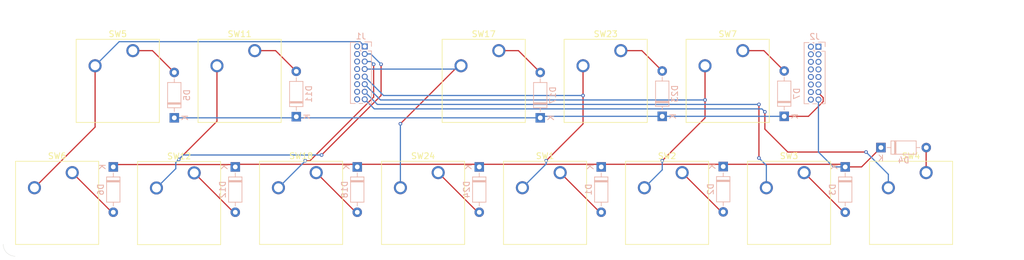
<source format=kicad_pcb>
(kicad_pcb (version 20240108) (generator "pcbnew") (generator_version "8.0")
  (layers (0 "F.Cu" signal) (31 "B.Cu" signal) (34 "B.Paste" user) (35 "F.Paste" user) (36 "B.SilkS" user "B.Silkscreen") (37 "F.SilkS" user "F.Silkscreen") (38 "B.Mask" user) (39 "F.Mask" user) (44 "Edge.Cuts" user))
  (net 0 "")
  (net 1 "Net-(D1-A)")
  (net 2 "O8")
  (net 3 "Net-(D2-A)")
  (net 4 "Net-(D3-A)")
  (net 5 "Net-(D4-A)")
  (net 6 "Net-(D5-A)")
  (net 7 "O7")
  (net 8 "Net-(D6-A)")
  (net 9 "Net-(D7-A)")
  (net 10 "Net-(D11-A)")
  (net 11 "Net-(D12-A)")
  (net 12 "Net-(D17-A)")
  (net 13 "Net-(D18-A)")
  (net 14 "Net-(D23-A)")
  (net 15 "Net-(D24-A)")
  (net 16 "I7")
  (net 17 "I4")
  (net 18 "I14")
  (net 19 "I13")
  (net 20 "I8")
  (net 21 "I2")
  (net 22 "I3")
  (net 23 "I6")
  (net 24 "I15")
  (net 25 "I9")
  (net 26 "I1")
  (net 27 "I12")
  (net 28 "I16")
  (net 29 "I10")
  (net 30 "I5")
  (net 31 "I11")
  (net 32 "O2")
  (net 33 "O14")
  (net 34 "O3")
  (net 35 "O11")
  (net 36 "O16")
  (net 37 "O1")
  (net 38 "O5")
  (net 39 "O4")
  (net 40 "O13")
  (net 41 "O10")
  (net 42 "O15")
  (net 43 "O9")
  (net 44 "O12")
  (net 45 "O6")
  (footprint "Button_Switch_Keyboard:SW_Cherry_MX_1.00u_PCB" (layer "F.Cu") (at 157.79 59.96)
    (property "Reference" "SW17" (at -2.54 -2.794 0) (layer "F.SilkS"))
    (property "Value" "SW_SPST")
    (fp_line (start -9.525 -1.905) (end 4.445 -1.905) (stroke (width 0.12)) (layer "F.SilkS"))
    (fp_line (start -9.525 12.065) (end -9.525 -1.905) (stroke (width 0.12)) (layer "F.SilkS"))
    (fp_line (start 4.445 -1.905) (end 4.445 12.065) (stroke (width 0.12)) (layer "F.SilkS"))
    (fp_line (start 4.445 12.065) (end -9.525 12.065) (stroke (width 0.12)) (layer "F.SilkS"))
    (pad "" np_thru_hole circle (at -7.62 5.08) (size 1.7 1.7) (drill 1.7) (layers "*.Cu" "*.Mask"))
    (pad "" np_thru_hole circle (at -2.54 5.08) (size 4 4) (drill 4) (layers "*.Cu" "*.Mask"))
    (pad "" np_thru_hole circle (at 2.54 5.08) (size 1.7 1.7) (drill 1.7) (layers "*.Cu" "*.Mask"))
    (pad "1" thru_hole circle (at 0 0) (size 2.2 2.2) (drill 1.5) (layers "*.Cu" "*.Mask") (net 12 "Net-(D17-A)"))
    (pad "2" thru_hole circle (at -6.35 2.54) (size 2.2 2.2) (drill 1.5) (layers "*.Cu" "*.Mask") (net 17 "I4"))
  )
  (footprint "Button_Switch_Keyboard:SW_Cherry_MX_1.00u_PCB" (layer "F.Cu") (at 178.29 59.96)
    (property "Reference" "SW23" (at -2.54 -2.794 0) (layer "F.SilkS"))
    (property "Value" "SW_SPST")
    (fp_line (start -9.525 -1.905) (end 4.445 -1.905) (stroke (width 0.12)) (layer "F.SilkS"))
    (fp_line (start -9.525 12.065) (end -9.525 -1.905) (stroke (width 0.12)) (layer "F.SilkS"))
    (fp_line (start 4.445 -1.905) (end 4.445 12.065) (stroke (width 0.12)) (layer "F.SilkS"))
    (fp_line (start 4.445 12.065) (end -9.525 12.065) (stroke (width 0.12)) (layer "F.SilkS"))
    (pad "" np_thru_hole circle (at -7.62 5.08) (size 1.7 1.7) (drill 1.7) (layers "*.Cu" "*.Mask"))
    (pad "" np_thru_hole circle (at -2.54 5.08) (size 4 4) (drill 4) (layers "*.Cu" "*.Mask"))
    (pad "" np_thru_hole circle (at 2.54 5.08) (size 1.7 1.7) (drill 1.7) (layers "*.Cu" "*.Mask"))
    (pad "1" thru_hole circle (at 0 0) (size 2.2 2.2) (drill 1.5) (layers "*.Cu" "*.Mask") (net 14 "Net-(D23-A)"))
    (pad "2" thru_hole circle (at -6.35 2.54) (size 2.2 2.2) (drill 1.5) (layers "*.Cu" "*.Mask") (net 30 "I5"))
  )
  (footprint "Button_Switch_Keyboard:SW_Cherry_MX_1.00u_PCB" (layer "F.Cu") (at 229.6 80.46)
    (property "Reference" "SW4" (at -2.54 -2.794 0) (layer "F.SilkS"))
    (property "Value" "SW_SPST")
    (fp_line (start -9.525 -1.905) (end 4.445 -1.905) (stroke (width 0.12)) (layer "F.SilkS"))
    (fp_line (start -9.525 12.065) (end -9.525 -1.905) (stroke (width 0.12)) (layer "F.SilkS"))
    (fp_line (start 4.445 -1.905) (end 4.445 12.065) (stroke (width 0.12)) (layer "F.SilkS"))
    (fp_line (start 4.445 12.065) (end -9.525 12.065) (stroke (width 0.12)) (layer "F.SilkS"))
    (pad "" np_thru_hole circle (at -7.62 5.08) (size 1.7 1.7) (drill 1.7) (layers "*.Cu" "*.Mask"))
    (pad "" np_thru_hole circle (at -2.54 5.08) (size 4 4) (drill 4) (layers "*.Cu" "*.Mask"))
    (pad "" np_thru_hole circle (at 2.54 5.08) (size 1.7 1.7) (drill 1.7) (layers "*.Cu" "*.Mask"))
    (pad "1" thru_hole circle (at 0 0) (size 2.2 2.2) (drill 1.5) (layers "*.Cu" "*.Mask") (net 5 "Net-(D4-A)"))
    (pad "2" thru_hole circle (at -6.35 2.54) (size 2.2 2.2) (drill 1.5) (layers "*.Cu" "*.Mask") (net 20 "I8"))
  )
  (footprint "Button_Switch_Keyboard:SW_Cherry_MX_1.00u_PCB" (layer "F.Cu") (at 86.1 80.46)
    (property "Reference" "SW6" (at -2.54 -2.794 0) (layer "F.SilkS"))
    (property "Value" "SW_SPST")
    (fp_line (start -9.525 -1.905) (end 4.445 -1.905) (stroke (width 0.12)) (layer "F.SilkS"))
    (fp_line (start -9.525 12.065) (end -9.525 -1.905) (stroke (width 0.12)) (layer "F.SilkS"))
    (fp_line (start 4.445 -1.905) (end 4.445 12.065) (stroke (width 0.12)) (layer "F.SilkS"))
    (fp_line (start 4.445 12.065) (end -9.525 12.065) (stroke (width 0.12)) (layer "F.SilkS"))
    (pad "" np_thru_hole circle (at -7.62 5.08) (size 1.7 1.7) (drill 1.7) (layers "*.Cu" "*.Mask"))
    (pad "" np_thru_hole circle (at -2.54 5.08) (size 4 4) (drill 4) (layers "*.Cu" "*.Mask"))
    (pad "" np_thru_hole circle (at 2.54 5.08) (size 1.7 1.7) (drill 1.7) (layers "*.Cu" "*.Mask"))
    (pad "1" thru_hole circle (at 0 0) (size 2.2 2.2) (drill 1.5) (layers "*.Cu" "*.Mask") (net 8 "Net-(D6-A)"))
    (pad "2" thru_hole circle (at -6.35 2.54) (size 2.2 2.2) (drill 1.5) (layers "*.Cu" "*.Mask") (net 26 "I1"))
  )
  (footprint "Button_Switch_Keyboard:SW_Cherry_MX_1.00u_PCB" (layer "F.Cu") (at 209.1 80.46)
    (property "Reference" "SW3" (at -2.54 -2.794 0) (layer "F.SilkS"))
    (property "Value" "SW_SPST")
    (fp_line (start -9.525 -1.905) (end 4.445 -1.905) (stroke (width 0.12)) (layer "F.SilkS"))
    (fp_line (start -9.525 12.065) (end -9.525 -1.905) (stroke (width 0.12)) (layer "F.SilkS"))
    (fp_line (start 4.445 -1.905) (end 4.445 12.065) (stroke (width 0.12)) (layer "F.SilkS"))
    (fp_line (start 4.445 12.065) (end -9.525 12.065) (stroke (width 0.12)) (layer "F.SilkS"))
    (pad "" np_thru_hole circle (at -7.62 5.08) (size 1.7 1.7) (drill 1.7) (layers "*.Cu" "*.Mask"))
    (pad "" np_thru_hole circle (at -2.54 5.08) (size 4 4) (drill 4) (layers "*.Cu" "*.Mask"))
    (pad "" np_thru_hole circle (at 2.54 5.08) (size 1.7 1.7) (drill 1.7) (layers "*.Cu" "*.Mask"))
    (pad "1" thru_hole circle (at 0 0) (size 2.2 2.2) (drill 1.5) (layers "*.Cu" "*.Mask") (net 4 "Net-(D3-A)"))
    (pad "2" thru_hole circle (at -6.35 2.54) (size 2.2 2.2) (drill 1.5) (layers "*.Cu" "*.Mask") (net 16 "I7"))
  )
  (footprint "Button_Switch_Keyboard:SW_Cherry_MX_1.00u_PCB" (layer "F.Cu") (at 127.1 80.46)
    (property "Reference" "SW18" (at -2.54 -2.794 0) (layer "F.SilkS"))
    (property "Value" "SW_SPST")
    (fp_line (start -9.525 -1.905) (end 4.445 -1.905) (stroke (width 0.12)) (layer "F.SilkS"))
    (fp_line (start -9.525 12.065) (end -9.525 -1.905) (stroke (width 0.12)) (layer "F.SilkS"))
    (fp_line (start 4.445 -1.905) (end 4.445 12.065) (stroke (width 0.12)) (layer "F.SilkS"))
    (fp_line (start 4.445 12.065) (end -9.525 12.065) (stroke (width 0.12)) (layer "F.SilkS"))
    (pad "" np_thru_hole circle (at -7.62 5.08) (size 1.7 1.7) (drill 1.7) (layers "*.Cu" "*.Mask"))
    (pad "" np_thru_hole circle (at -2.54 5.08) (size 4 4) (drill 4) (layers "*.Cu" "*.Mask"))
    (pad "" np_thru_hole circle (at 2.54 5.08) (size 1.7 1.7) (drill 1.7) (layers "*.Cu" "*.Mask"))
    (pad "1" thru_hole circle (at 0 0) (size 2.2 2.2) (drill 1.5) (layers "*.Cu" "*.Mask") (net 13 "Net-(D18-A)"))
    (pad "2" thru_hole circle (at -6.35 2.54) (size 2.2 2.2) (drill 1.5) (layers "*.Cu" "*.Mask") (net 22 "I3"))
  )
  (footprint "Button_Switch_Keyboard:SW_Cherry_MX_1.00u_PCB" (layer "F.Cu") (at 168.1 80.46)
    (property "Reference" "SW1" (at -2.54 -2.794 0) (layer "F.SilkS"))
    (property "Value" "SW_SPST")
    (fp_line (start -9.525 -1.905) (end 4.445 -1.905) (stroke (width 0.12)) (layer "F.SilkS"))
    (fp_line (start -9.525 12.065) (end -9.525 -1.905) (stroke (width 0.12)) (layer "F.SilkS"))
    (fp_line (start 4.445 -1.905) (end 4.445 12.065) (stroke (width 0.12)) (layer "F.SilkS"))
    (fp_line (start 4.445 12.065) (end -9.525 12.065) (stroke (width 0.12)) (layer "F.SilkS"))
    (pad "" np_thru_hole circle (at -7.62 5.08) (size 1.7 1.7) (drill 1.7) (layers "*.Cu" "*.Mask"))
    (pad "" np_thru_hole circle (at -2.54 5.08) (size 4 4) (drill 4) (layers "*.Cu" "*.Mask"))
    (pad "" np_thru_hole circle (at 2.54 5.08) (size 1.7 1.7) (drill 1.7) (layers "*.Cu" "*.Mask"))
    (pad "1" thru_hole circle (at 0 0) (size 2.2 2.2) (drill 1.5) (layers "*.Cu" "*.Mask") (net 1 "Net-(D1-A)"))
    (pad "2" thru_hole circle (at -6.35 2.54) (size 2.2 2.2) (drill 1.5) (layers "*.Cu" "*.Mask") (net 30 "I5"))
  )
  (footprint "Button_Switch_Keyboard:SW_Cherry_MX_1.00u_PCB" (layer "F.Cu") (at 188.6 80.46)
    (property "Reference" "SW2" (at -2.54 -2.794 0) (layer "F.SilkS"))
    (property "Value" "SW_SPST")
    (fp_line (start -9.525 -1.905) (end 4.445 -1.905) (stroke (width 0.12)) (layer "F.SilkS"))
    (fp_line (start -9.525 12.065) (end -9.525 -1.905) (stroke (width 0.12)) (layer "F.SilkS"))
    (fp_line (start 4.445 -1.905) (end 4.445 12.065) (stroke (width 0.12)) (layer "F.SilkS"))
    (fp_line (start 4.445 12.065) (end -9.525 12.065) (stroke (width 0.12)) (layer "F.SilkS"))
    (pad "" np_thru_hole circle (at -7.62 5.08) (size 1.7 1.7) (drill 1.7) (layers "*.Cu" "*.Mask"))
    (pad "" np_thru_hole circle (at -2.54 5.08) (size 4 4) (drill 4) (layers "*.Cu" "*.Mask"))
    (pad "" np_thru_hole circle (at 2.54 5.08) (size 1.7 1.7) (drill 1.7) (layers "*.Cu" "*.Mask"))
    (pad "1" thru_hole circle (at 0 0) (size 2.2 2.2) (drill 1.5) (layers "*.Cu" "*.Mask") (net 3 "Net-(D2-A)"))
    (pad "2" thru_hole circle (at -6.35 2.54) (size 2.2 2.2) (drill 1.5) (layers "*.Cu" "*.Mask") (net 23 "I6"))
  )
  (footprint "Button_Switch_Keyboard:SW_Cherry_MX_1.00u_PCB" (layer "F.Cu") (at 198.79 59.96)
    (property "Reference" "SW7" (at -2.54 -2.794 0) (layer "F.SilkS"))
    (property "Value" "SW_SPST")
    (fp_line (start -9.525 -1.905) (end 4.445 -1.905) (stroke (width 0.12)) (layer "F.SilkS"))
    (fp_line (start -9.525 12.065) (end -9.525 -1.905) (stroke (width 0.12)) (layer "F.SilkS"))
    (fp_line (start 4.445 -1.905) (end 4.445 12.065) (stroke (width 0.12)) (layer "F.SilkS"))
    (fp_line (start 4.445 12.065) (end -9.525 12.065) (stroke (width 0.12)) (layer "F.SilkS"))
    (pad "" np_thru_hole circle (at -7.62 5.08) (size 1.7 1.7) (drill 1.7) (layers "*.Cu" "*.Mask"))
    (pad "" np_thru_hole circle (at -2.54 5.08) (size 4 4) (drill 4) (layers "*.Cu" "*.Mask"))
    (pad "" np_thru_hole circle (at 2.54 5.08) (size 1.7 1.7) (drill 1.7) (layers "*.Cu" "*.Mask"))
    (pad "1" thru_hole circle (at 0 0) (size 2.2 2.2) (drill 1.5) (layers "*.Cu" "*.Mask") (net 9 "Net-(D7-A)"))
    (pad "2" thru_hole circle (at -6.35 2.54) (size 2.2 2.2) (drill 1.5) (layers "*.Cu" "*.Mask") (net 23 "I6"))
  )
  (footprint "Button_Switch_Keyboard:SW_Cherry_MX_1.00u_PCB" (layer "F.Cu") (at 147.6 80.46)
    (property "Reference" "SW24" (at -2.54 -2.794 0) (layer "F.SilkS"))
    (property "Value" "SW_SPST")
    (fp_line (start -9.525 -1.905) (end 4.445 -1.905) (stroke (width 0.12)) (layer "F.SilkS"))
    (fp_line (start -9.525 12.065) (end -9.525 -1.905) (stroke (width 0.12)) (layer "F.SilkS"))
    (fp_line (start 4.445 -1.905) (end 4.445 12.065) (stroke (width 0.12)) (layer "F.SilkS"))
    (fp_line (start 4.445 12.065) (end -9.525 12.065) (stroke (width 0.12)) (layer "F.SilkS"))
    (pad "" np_thru_hole circle (at -7.62 5.08) (size 1.7 1.7) (drill 1.7) (layers "*.Cu" "*.Mask"))
    (pad "" np_thru_hole circle (at -2.54 5.08) (size 4 4) (drill 4) (layers "*.Cu" "*.Mask"))
    (pad "" np_thru_hole circle (at 2.54 5.08) (size 1.7 1.7) (drill 1.7) (layers "*.Cu" "*.Mask"))
    (pad "1" thru_hole circle (at 0 0) (size 2.2 2.2) (drill 1.5) (layers "*.Cu" "*.Mask") (net 15 "Net-(D24-A)"))
    (pad "2" thru_hole circle (at -6.35 2.54) (size 2.2 2.2) (drill 1.5) (layers "*.Cu" "*.Mask") (net 17 "I4"))
  )
  (footprint "Button_Switch_Keyboard:SW_Cherry_MX_1.00u_PCB" (layer "F.Cu") (at 116.77 59.96)
    (property "Reference" "SW11" (at -2.54 -2.794 0) (layer "F.SilkS"))
    (property "Value" "SW_SPST")
    (fp_line (start -9.525 -1.905) (end 4.445 -1.905) (stroke (width 0.12)) (layer "F.SilkS"))
    (fp_line (start -9.525 12.065) (end -9.525 -1.905) (stroke (width 0.12)) (layer "F.SilkS"))
    (fp_line (start 4.445 -1.905) (end 4.445 12.065) (stroke (width 0.12)) (layer "F.SilkS"))
    (fp_line (start 4.445 12.065) (end -9.525 12.065) (stroke (width 0.12)) (layer "F.SilkS"))
    (pad "" np_thru_hole circle (at -7.62 5.08) (size 1.7 1.7) (drill 1.7) (layers "*.Cu" "*.Mask"))
    (pad "" np_thru_hole circle (at -2.54 5.08) (size 4 4) (drill 4) (layers "*.Cu" "*.Mask"))
    (pad "" np_thru_hole circle (at 2.54 5.08) (size 1.7 1.7) (drill 1.7) (layers "*.Cu" "*.Mask"))
    (pad "1" thru_hole circle (at 0 0) (size 2.2 2.2) (drill 1.5) (layers "*.Cu" "*.Mask") (net 10 "Net-(D11-A)"))
    (pad "2" thru_hole circle (at -6.35 2.54) (size 2.2 2.2) (drill 1.5) (layers "*.Cu" "*.Mask") (net 21 "I2"))
  )
  (footprint "Button_Switch_Keyboard:SW_Cherry_MX_1.00u_PCB" (layer "F.Cu") (at 106.6 80.5)
    (property "Reference" "SW12" (at -2.54 -2.794 0) (layer "F.SilkS"))
    (property "Value" "SW_SPST")
    (fp_line (start -9.525 -1.905) (end 4.445 -1.905) (stroke (width 0.12)) (layer "F.SilkS"))
    (fp_line (start -9.525 12.065) (end -9.525 -1.905) (stroke (width 0.12)) (layer "F.SilkS"))
    (fp_line (start 4.445 -1.905) (end 4.445 12.065) (stroke (width 0.12)) (layer "F.SilkS"))
    (fp_line (start 4.445 12.065) (end -9.525 12.065) (stroke (width 0.12)) (layer "F.SilkS"))
    (pad "" np_thru_hole circle (at -7.62 5.08) (size 1.7 1.7) (drill 1.7) (layers "*.Cu" "*.Mask"))
    (pad "" np_thru_hole circle (at -2.54 5.08) (size 4 4) (drill 4) (layers "*.Cu" "*.Mask"))
    (pad "" np_thru_hole circle (at 2.54 5.08) (size 1.7 1.7) (drill 1.7) (layers "*.Cu" "*.Mask"))
    (pad "1" thru_hole circle (at 0 0) (size 2.2 2.2) (drill 1.5) (layers "*.Cu" "*.Mask") (net 11 "Net-(D12-A)"))
    (pad "2" thru_hole circle (at -6.35 2.54) (size 2.2 2.2) (drill 1.5) (layers "*.Cu" "*.Mask") (net 21 "I2"))
  )
  (footprint "Button_Switch_Keyboard:SW_Cherry_MX_1.00u_PCB" (layer "F.Cu") (at 96.29 59.96)
    (property "Reference" "SW5" (at -2.54 -2.794 0) (layer "F.SilkS"))
    (property "Value" "SW_SPST")
    (fp_line (start -9.525 -1.905) (end 4.445 -1.905) (stroke (width 0.12)) (layer "F.SilkS"))
    (fp_line (start -9.525 12.065) (end -9.525 -1.905) (stroke (width 0.12)) (layer "F.SilkS"))
    (fp_line (start 4.445 -1.905) (end 4.445 12.065) (stroke (width 0.12)) (layer "F.SilkS"))
    (fp_line (start 4.445 12.065) (end -9.525 12.065) (stroke (width 0.12)) (layer "F.SilkS"))
    (pad "" np_thru_hole circle (at -7.62 5.08) (size 1.7 1.7) (drill 1.7) (layers "*.Cu" "*.Mask"))
    (pad "" np_thru_hole circle (at -2.54 5.08) (size 4 4) (drill 4) (layers "*.Cu" "*.Mask"))
    (pad "" np_thru_hole circle (at 2.54 5.08) (size 1.7 1.7) (drill 1.7) (layers "*.Cu" "*.Mask"))
    (pad "1" thru_hole circle (at 0 0) (size 2.2 2.2) (drill 1.5) (layers "*.Cu" "*.Mask") (net 6 "Net-(D5-A)"))
    (pad "2" thru_hole circle (at -6.35 2.54) (size 2.2 2.2) (drill 1.5) (layers "*.Cu" "*.Mask") (net 26 "I1"))
  )
  (footprint "Connector_PinHeader_1.27mm:PinHeader_2x08_P1.27mm_Vertical" (layer "B.Cu") (at 211.5 59.3 180)
    (property "Reference" "J2" (at 0.635 1.695 0) (layer "B.SilkS") (effects (justify mirror)))
    (property "Value" "Conn_02x08_Odd_Even" (hide yes))
    (fp_line (start 2.4 0.695) (end 1.57753 0.695) (stroke (width 0.12)) (layer "B.SilkS"))
    (fp_line (start 2.4 -9.585) (end 2.4 0.695) (stroke (width 0.12)) (layer "B.SilkS"))
    (fp_line (start 2.4 -9.585) (end 1.57753 -9.585) (stroke (width 0.12)) (layer "B.SilkS"))
    (fp_line (start 0.96247 0.695) (end 0.76 0.695) (stroke (width 0.12)) (layer "B.SilkS"))
    (fp_line (start 0.96247 -9.585) (end 0.30753 -9.585) (stroke (width 0.12)) (layer "B.SilkS"))
    (fp_line (start 0.76 0.695) (end 0.76 0.563471) (stroke (width 0.12)) (layer "B.SilkS"))
    (fp_line (start 0.76 -0.563471) (end 0.76 -0.706529) (stroke (width 0.12)) (layer "B.SilkS"))
    (fp_line (start 0.706529 -0.76) (end 0.563471 -0.76) (stroke (width 0.12)) (layer "B.SilkS"))
    (fp_line (start 0 0.76) (end -1.13 0.76) (stroke (width 0.12)) (layer "B.SilkS"))
    (fp_line (start -0.30753 -9.585) (end -1.13 -9.585) (stroke (width 0.12)) (layer "B.SilkS"))
    (fp_line (start -0.563471 -0.76) (end -1.13 -0.76) (stroke (width 0.12)) (layer "B.SilkS"))
    (fp_line (start -1.13 0.76) (end -1.13 0) (stroke (width 0.12)) (layer "B.SilkS"))
    (fp_line (start -1.13 -9.585) (end -1.13 -0.76) (stroke (width 0.12)) (layer "B.SilkS"))
    (pad "1" thru_hole rect (at 0 0 180) (size 1 1) (drill 0.65) (layers "*.Cu" "*.Mask") (net 37 "O1"))
    (pad "2" thru_hole oval (at 1.27 0 180) (size 1 1) (drill 0.65) (layers "*.Cu" "*.Mask") (net 43 "O9"))
    (pad "3" thru_hole oval (at 0 -1.27 180) (size 1 1) (drill 0.65) (layers "*.Cu" "*.Mask") (net 32 "O2"))
    (pad "4" thru_hole oval (at 1.27 -1.27 180) (size 1 1) (drill 0.65) (layers "*.Cu" "*.Mask") (net 41 "O10"))
    (pad "5" thru_hole oval (at 0 -2.54 180) (size 1 1) (drill 0.65) (layers "*.Cu" "*.Mask") (net 34 "O3"))
    (pad "6" thru_hole oval (at 1.27 -2.54 180) (size 1 1) (drill 0.65) (layers "*.Cu" "*.Mask") (net 35 "O11"))
    (pad "7" thru_hole oval (at 0 -3.81 180) (size 1 1) (drill 0.65) (layers "*.Cu" "*.Mask") (net 39 "O4"))
    (pad "8" thru_hole oval (at 1.27 -3.81 180) (size 1 1) (drill 0.65) (layers "*.Cu" "*.Mask") (net 44 "O12"))
    (pad "9" thru_hole oval (at 0 -5.08 180) (size 1 1) (drill 0.65) (layers "*.Cu" "*.Mask") (net 38 "O5"))
    (pad "10" thru_hole oval (at 1.27 -5.08 180) (size 1 1) (drill 0.65) (layers "*.Cu" "*.Mask") (net 40 "O13"))
    (pad "11" thru_hole oval (at 0 -6.35 180) (size 1 1) (drill 0.65) (layers "*.Cu" "*.Mask") (net 45 "O6"))
    (pad "12" thru_hole oval (at 1.27 -6.35 180) (size 1 1) (drill 0.65) (layers "*.Cu" "*.Mask") (net 33 "O14"))
    (pad "13" thru_hole oval (at 0 -7.62 180) (size 1 1) (drill 0.65) (layers "*.Cu" "*.Mask") (net 7 "O7"))
    (pad "14" thru_hole oval (at 1.27 -7.62 180) (size 1 1) (drill 0.65) (layers "*.Cu" "*.Mask") (net 42 "O15"))
    (pad "15" thru_hole oval (at 0 -8.89 180) (size 1 1) (drill 0.65) (layers "*.Cu" "*.Mask") (net 2 "O8"))
    (pad "16" thru_hole oval (at 1.27 -8.89 180) (size 1 1) (drill 0.65) (layers "*.Cu" "*.Mask") (net 36 "O16"))
  )
  (footprint "Diode_THT:D_DO-35_SOD27_P7.62mm_Horizontal" (layer "B.Cu") (at 164.75 71.25 90)
    (property "Reference" "D17" (at 3.81 2.12 90) (layer "B.SilkS") (effects (justify mirror)))
    (property "Value" "D")
    (fp_line (start 5.93 -1.12) (end 1.69 -1.12) (stroke (width 0.12)) (layer "B.SilkS"))
    (fp_line (start 2.53 -1.12) (end 2.53 1.12) (stroke (width 0.12)) (layer "B.SilkS"))
    (fp_line (start 2.41 -1.12) (end 2.41 1.12) (stroke (width 0.12)) (layer "B.SilkS"))
    (fp_line (start 2.29 -1.12) (end 2.29 1.12) (stroke (width 0.12)) (layer "B.SilkS"))
    (fp_line (start 1.69 -1.12) (end 1.69 1.12) (stroke (width 0.12)) (layer "B.SilkS"))
    (fp_line (start 5.93 0) (end 6.58 0) (stroke (width 0.12)) (layer "B.SilkS"))
    (fp_line (start 1.69 0) (end 1.04 0) (stroke (width 0.12)) (layer "B.SilkS"))
    (fp_line (start 5.93 1.12) (end 5.93 -1.12) (stroke (width 0.12)) (layer "B.SilkS"))
    (fp_line (start 1.69 1.12) (end 5.93 1.12) (stroke (width 0.12)) (layer "B.SilkS"))
    (fp_text user "K" (at 0 1.8 90) (layer "B.SilkS") (effects (justify mirror)))
    (pad "1" thru_hole rect (at 0 0 90) (size 1.6 1.6) (drill 0.8) (layers "*.Cu" "*.Mask") (net 7 "O7"))
    (pad "2" thru_hole oval (at 7.62 0 90) (size 1.6 1.6) (drill 0.8) (layers "*.Cu" "*.Mask") (net 12 "Net-(D17-A)"))
  )
  (footprint "Diode_THT:D_DO-35_SOD27_P7.62mm_Horizontal" (layer "B.Cu") (at 154.5 79.5 -90)
    (property "Reference" "D24" (at 3.81 2.12 90) (layer "B.SilkS") (effects (justify mirror)))
    (property "Value" "D")
    (fp_line (start 1.69 1.12) (end 5.93 1.12) (stroke (width 0.12)) (layer "B.SilkS"))
    (fp_line (start 5.93 1.12) (end 5.93 -1.12) (stroke (width 0.12)) (layer "B.SilkS"))
    (fp_line (start 1.69 0) (end 1.04 0) (stroke (width 0.12)) (layer "B.SilkS"))
    (fp_line (start 5.93 0) (end 6.58 0) (stroke (width 0.12)) (layer "B.SilkS"))
    (fp_line (start 1.69 -1.12) (end 1.69 1.12) (stroke (width 0.12)) (layer "B.SilkS"))
    (fp_line (start 2.29 -1.12) (end 2.29 1.12) (stroke (width 0.12)) (layer "B.SilkS"))
    (fp_line (start 2.41 -1.12) (end 2.41 1.12) (stroke (width 0.12)) (layer "B.SilkS"))
    (fp_line (start 2.53 -1.12) (end 2.53 1.12) (stroke (width 0.12)) (layer "B.SilkS"))
    (fp_line (start 5.93 -1.12) (end 1.69 -1.12) (stroke (width 0.12)) (layer "B.SilkS"))
    (fp_text user "K" (at 0 1.8 90) (layer "B.SilkS") (effects (justify mirror)))
    (pad "1" thru_hole rect (at 0 0 270) (size 1.6 1.6) (drill 0.8) (layers "*.Cu" "*.Mask") (net 2 "O8"))
    (pad "2" thru_hole oval (at 7.62 0 270) (size 1.6 1.6) (drill 0.8) (layers "*.Cu" "*.Mask") (net 15 "Net-(D24-A)"))
  )
  (footprint "Diode_THT:D_DO-35_SOD27_P7.62mm_Horizontal" (layer "B.Cu") (at 222 76.25)
    (property "Reference" "D4" (at 3.81 2.12 360) (layer "B.SilkS") (effects (justify mirror)))
    (property "Value" "D")
    (fp_line (start 1.69 -1.12) (end 1.69 1.12) (stroke (width 0.12)) (layer "B.SilkS"))
    (fp_line (start 1.69 0) (end 1.04 0) (stroke (width 0.12)) (layer "B.SilkS"))
    (fp_line (start 1.69 1.12) (end 5.93 1.12) (stroke (width 0.12)) (layer "B.SilkS"))
    (fp_line (start 2.29 -1.12) (end 2.29 1.12) (stroke (width 0.12)) (layer "B.SilkS"))
    (fp_line (start 2.41 -1.12) (end 2.41 1.12) (stroke (width 0.12)) (layer "B.SilkS"))
    (fp_line (start 2.53 -1.12) (end 2.53 1.12) (stroke (width 0.12)) (layer "B.SilkS"))
    (fp_line (start 5.93 -1.12) (end 1.69 -1.12) (stroke (width 0.12)) (layer "B.SilkS"))
    (fp_line (start 5.93 0) (end 6.58 0) (stroke (width 0.12)) (layer "B.SilkS"))
    (fp_line (start 5.93 1.12) (end 5.93 -1.12) (stroke (width 0.12)) (layer "B.SilkS"))
    (fp_text user "K" (at 0 1.8 360) (layer "B.SilkS") (effects (justify mirror)))
    (pad "1" thru_hole rect (at 0 0) (size 1.6 1.6) (drill 0.8) (layers "*.Cu" "*.Mask") (net 2 "O8"))
    (pad "2" thru_hole oval (at 7.62 0) (size 1.6 1.6) (drill 0.8) (layers "*.Cu" "*.Mask") (net 5 "Net-(D4-A)"))
  )
  (footprint "Diode_THT:D_DO-35_SOD27_P7.62mm_Horizontal" (layer "B.Cu") (at 175 79.5 -90)
    (property "Reference" "D1" (at 3.81 2.12 90) (layer "B.SilkS") (effects (justify mirror)))
    (property "Value" "D")
    (fp_line (start 1.69 1.12) (end 5.93 1.12) (stroke (width 0.12)) (layer "B.SilkS"))
    (fp_line (start 5.93 1.12) (end 5.93 -1.12) (stroke (width 0.12)) (layer "B.SilkS"))
    (fp_line (start 1.69 0) (end 1.04 0) (stroke (width 0.12)) (layer "B.SilkS"))
    (fp_line (start 5.93 0) (end 6.58 0) (stroke (width 0.12)) (layer "B.SilkS"))
    (fp_line (start 1.69 -1.12) (end 1.69 1.12) (stroke (width 0.12)) (layer "B.SilkS"))
    (fp_line (start 2.29 -1.12) (end 2.29 1.12) (stroke (width 0.12)) (layer "B.SilkS"))
    (fp_line (start 2.41 -1.12) (end 2.41 1.12) (stroke (width 0.12)) (layer "B.SilkS"))
    (fp_line (start 2.53 -1.12) (end 2.53 1.12) (stroke (width 0.12)) (layer "B.SilkS"))
    (fp_line (start 5.93 -1.12) (end 1.69 -1.12) (stroke (width 0.12)) (layer "B.SilkS"))
    (fp_text user "K" (at 0 1.8 90) (layer "B.SilkS") (effects (justify mirror)))
    (pad "1" thru_hole rect (at 0 0 270) (size 1.6 1.6) (drill 0.8) (layers "*.Cu" "*.Mask") (net 2 "O8"))
    (pad "2" thru_hole oval (at 7.62 0 270) (size 1.6 1.6) (drill 0.8) (layers "*.Cu" "*.Mask") (net 1 "Net-(D1-A)"))
  )
  (footprint "Diode_THT:D_DO-35_SOD27_P7.62mm_Horizontal" (layer "B.Cu") (at 113.5 79.5 -90)
    (property "Reference" "D12" (at 3.81 2.12 90) (layer "B.SilkS") (effects (justify mirror)))
    (property "Value" "D")
    (fp_line (start 1.69 1.12) (end 5.93 1.12) (stroke (width 0.12)) (layer "B.SilkS"))
    (fp_line (start 5.93 1.12) (end 5.93 -1.12) (stroke (width 0.12)) (layer "B.SilkS"))
    (fp_line (start 1.69 0) (end 1.04 0) (stroke (width 0.12)) (layer "B.SilkS"))
    (fp_line (start 5.93 0) (end 6.58 0) (stroke (width 0.12)) (layer "B.SilkS"))
    (fp_line (start 1.69 -1.12) (end 1.69 1.12) (stroke (width 0.12)) (layer "B.SilkS"))
    (fp_line (start 2.29 -1.12) (end 2.29 1.12) (stroke (width 0.12)) (layer "B.SilkS"))
    (fp_line (start 2.41 -1.12) (end 2.41 1.12) (stroke (width 0.12)) (layer "B.SilkS"))
    (fp_line (start 2.53 -1.12) (end 2.53 1.12) (stroke (width 0.12)) (layer "B.SilkS"))
    (fp_line (start 5.93 -1.12) (end 1.69 -1.12) (stroke (width 0.12)) (layer "B.SilkS"))
    (fp_text user "K" (at 0 1.8 90) (layer "B.SilkS") (effects (justify mirror)))
    (pad "1" thru_hole rect (at 0 0 270) (size 1.6 1.6) (drill 0.8) (layers "*.Cu" "*.Mask") (net 2 "O8"))
    (pad "2" thru_hole oval (at 7.62 0 270) (size 1.6 1.6) (drill 0.8) (layers "*.Cu" "*.Mask") (net 11 "Net-(D12-A)"))
  )
  (footprint "Connector_PinHeader_1.27mm:PinHeader_2x08_P1.27mm_Vertical" (layer "B.Cu") (at 135.25 59.25 180)
    (property "Reference" "J1" (at 0.635 1.695 0) (layer "B.SilkS") (effects (justify mirror)))
    (property "Value" "Conn_02x08_Odd_Even")
    (fp_line (start 2.4 0.695) (end 1.57753 0.695) (stroke (width 0.12)) (layer "B.SilkS"))
    (fp_line (start 2.4 -9.585) (end 2.4 0.695) (stroke (width 0.12)) (layer "B.SilkS"))
    (fp_line (start 2.4 -9.585) (end 1.57753 -9.585) (stroke (width 0.12)) (layer "B.SilkS"))
    (fp_line (start 0.96247 0.695) (end 0.76 0.695) (stroke (width 0.12)) (layer "B.SilkS"))
    (fp_line (start 0.96247 -9.585) (end 0.30753 -9.585) (stroke (width 0.12)) (layer "B.SilkS"))
    (fp_line (start 0.76 0.695) (end 0.76 0.563471) (stroke (width 0.12)) (layer "B.SilkS"))
    (fp_line (start 0.76 -0.563471) (end 0.76 -0.706529) (stroke (width 0.12)) (layer "B.SilkS"))
    (fp_line (start 0.706529 -0.76) (end 0.563471 -0.76) (stroke (width 0.12)) (layer "B.SilkS"))
    (fp_line (start 0 0.76) (end -1.13 0.76) (stroke (width 0.12)) (layer "B.SilkS"))
    (fp_line (start -0.30753 -9.585) (end -1.13 -9.585) (stroke (width 0.12)) (layer "B.SilkS"))
    (fp_line (start -0.563471 -0.76) (end -1.13 -0.76) (stroke (width 0.12)) (layer "B.SilkS"))
    (fp_line (start -1.13 0.76) (end -1.13 0) (stroke (width 0.12)) (layer "B.SilkS"))
    (fp_line (start -1.13 -9.585) (end -1.13 -0.76) (stroke (width 0.12)) (layer "B.SilkS"))
    (pad "1" thru_hole rect (at 0 0 180) (size 1 1) (drill 0.65) (layers "*.Cu" "*.Mask") (net 26 "I1"))
    (pad "2" thru_hole oval (at 1.27 0 180) (size 1 1) (drill 0.65) (layers "*.Cu" "*.Mask") (net 25 "I9"))
    (pad "3" thru_hole oval (at 0 -1.27 180) (size 1 1) (drill 0.65) (layers "*.Cu" "*.Mask") (net 21 "I2"))
    (pad "4" thru_hole oval (at 1.27 -1.27 180) (size 1 1) (drill 0.65) (layers "*.Cu" "*.Mask") (net 29 "I10"))
    (pad "5" thru_hole oval (at 0 -2.54 180) (size 1 1) (drill 0.65) (layers "*.Cu" "*.Mask") (net 22 "I3"))
    (pad "6" thru_hole oval (at 1.27 -2.54 180) (size 1 1) (drill 0.65) (layers "*.Cu" "*.Mask") (net 31 "I11"))
    (pad "7" thru_hole oval (at 0 -3.81 180) (size 1 1) (drill 0.65) (layers "*.Cu" "*.Mask") (net 17 "I4"))
    (pad "8" thru_hole oval (at 1.27 -3.81 180) (size 1 1) (drill 0.65) (layers "*.Cu" "*.Mask") (net 27 "I12"))
    (pad "9" thru_hole oval (at 0 -5.08 180) (size 1 1) (drill 0.65) (layers "*.Cu" "*.Mask") (net 30 "I5"))
    (pad "10" thru_hole oval (at 1.27 -5.08 180) (size 1 1) (drill 0.65) (layers "*.Cu" "*.Mask") (net 19 "I13"))
    (pad "11" thru_hole oval (at 0 -6.35 180) (size 1 1) (drill 0.65) (layers "*.Cu" "*.Mask") (net 23 "I6"))
    (pad "12" thru_hole oval (at 1.27 -6.35 180) (size 1 1) (drill 0.65) (layers "*.Cu" "*.Mask") (net 18 "I14"))
    (pad "13" thru_hole oval (at 0 -7.62 180) (size 1 1) (drill 0.65) (layers "*.Cu" "*.Mask") (net 16 "I7"))
    (pad "14" thru_hole oval (at 1.27 -7.62 180) (size 1 1) (drill 0.65) (layers "*.Cu" "*.Mask") (net 24 "I15"))
    (pad "15" thru_hole oval (at 0 -8.89 180) (size 1 1) (drill 0.65) (layers "*.Cu" "*.Mask") (net 20 "I8"))
    (pad "16" thru_hole oval (at 1.27 -8.89 180) (size 1 1) (drill 0.65) (layers "*.Cu" "*.Mask") (net 28 "I16"))
  )
  (footprint "Diode_THT:D_DO-35_SOD27_P7.62mm_Horizontal" (layer "B.Cu") (at 216 79.5 -90)
    (property "Reference" "D3" (at 3.81 2.12 90) (layer "B.SilkS") (effects (justify mirror)))
    (property "Value" "D")
    (fp_line (start 1.69 1.12) (end 5.93 1.12) (stroke (width 0.12)) (layer "B.SilkS"))
    (fp_line (start 5.93 1.12) (end 5.93 -1.12) (stroke (width 0.12)) (layer "B.SilkS"))
    (fp_line (start 1.69 0) (end 1.04 0) (stroke (width 0.12)) (layer "B.SilkS"))
    (fp_line (start 5.93 0) (end 6.58 0) (stroke (width 0.12)) (layer "B.SilkS"))
    (fp_line (start 1.69 -1.12) (end 1.69 1.12) (stroke (width 0.12)) (layer "B.SilkS"))
    (fp_line (start 2.29 -1.12) (end 2.29 1.12) (stroke (width 0.12)) (layer "B.SilkS"))
    (fp_line (start 2.41 -1.12) (end 2.41 1.12) (stroke (width 0.12)) (layer "B.SilkS"))
    (fp_line (start 2.53 -1.12) (end 2.53 1.12) (stroke (width 0.12)) (layer "B.SilkS"))
    (fp_line (start 5.93 -1.12) (end 1.69 -1.12) (stroke (width 0.12)) (layer "B.SilkS"))
    (fp_text user "K" (at 0 1.8 90) (layer "B.SilkS") (effects (justify mirror)))
    (pad "1" thru_hole rect (at 0 0 270) (size 1.6 1.6) (drill 0.8) (layers "*.Cu" "*.Mask") (net 2 "O8"))
    (pad "2" thru_hole oval (at 7.62 0 270) (size 1.6 1.6) (drill 0.8) (layers "*.Cu" "*.Mask") (net 4 "Net-(D3-A)"))
  )
  (footprint "Diode_THT:D_DO-35_SOD27_P7.62mm_Horizontal" (layer "B.Cu") (at 123.75 71.06 90)
    (property "Reference" "D11" (at 3.81 2.12 90) (layer "B.SilkS") (effects (justify mirror)))
    (property "Value" "D")
    (fp_line (start 5.93 -1.12) (end 1.69 -1.12) (stroke (width 0.12)) (layer "B.SilkS"))
    (fp_line (start 2.53 -1.12) (end 2.53 1.12) (stroke (width 0.12)) (layer "B.SilkS"))
    (fp_line (start 2.41 -1.12) (end 2.41 1.12) (stroke (width 0.12)) (layer "B.SilkS"))
    (fp_line (start 2.29 -1.12) (end 2.29 1.12) (stroke (width 0.12)) (layer "B.SilkS"))
    (fp_line (start 1.69 -1.12) (end 1.69 1.12) (stroke (width 0.12)) (layer "B.SilkS"))
    (fp_line (start 5.93 0) (end 6.58 0) (stroke (width 0.12)) (layer "B.SilkS"))
    (fp_line (start 1.69 0) (end 1.04 0) (stroke (width 0.12)) (layer "B.SilkS"))
    (fp_line (start 5.93 1.12) (end 5.93 -1.12) (stroke (width 0.12)) (layer "B.SilkS"))
    (fp_line (start 1.69 1.12) (end 5.93 1.12) (stroke (width 0.12)) (layer "B.SilkS"))
    (fp_text user "K" (at 0 1.8 90) (layer "B.SilkS") (effects (justify mirror)))
    (pad "1" thru_hole rect (at 0 0 90) (size 1.6 1.6) (drill 0.8) (layers "*.Cu" "*.Mask") (net 7 "O7"))
    (pad "2" thru_hole oval (at 7.62 0 90) (size 1.6 1.6) (drill 0.8) (layers "*.Cu" "*.Mask") (net 10 "Net-(D11-A)"))
  )
  (footprint "Diode_THT:D_DO-35_SOD27_P7.62mm_Horizontal" (layer "B.Cu") (at 185.25 71 90)
    (property "Reference" "D23" (at 3.81 2.12 90) (layer "B.SilkS") (effects (justify mirror)))
    (property "Value" "D")
    (fp_line (start 5.93 -1.12) (end 1.69 -1.12) (stroke (width 0.12)) (layer "B.SilkS"))
    (fp_line (start 2.53 -1.12) (end 2.53 1.12) (stroke (width 0.12)) (layer "B.SilkS"))
    (fp_line (start 2.41 -1.12) (end 2.41 1.12) (stroke (width 0.12)) (layer "B.SilkS"))
    (fp_line (start 2.29 -1.12) (end 2.29 1.12) (stroke (width 0.12)) (layer "B.SilkS"))
    (fp_line (start 1.69 -1.12) (end 1.69 1.12) (stroke (width 0.12)) (layer "B.SilkS"))
    (fp_line (start 5.93 0) (end 6.58 0) (stroke (width 0.12)) (layer "B.SilkS"))
    (fp_line (start 1.69 0) (end 1.04 0) (stroke (width 0.12)) (layer "B.SilkS"))
    (fp_line (start 5.93 1.12) (end 5.93 -1.12) (stroke (width 0.12)) (layer "B.SilkS"))
    (fp_line (start 1.69 1.12) (end 5.93 1.12) (stroke (width 0.12)) (layer "B.SilkS"))
    (fp_text user "K" (at 0 1.8 90) (layer "B.SilkS") (effects (justify mirror)))
    (pad "1" thru_hole rect (at 0 0 90) (size 1.6 1.6) (drill 0.8) (layers "*.Cu" "*.Mask") (net 7 "O7"))
    (pad "2" thru_hole oval (at 7.62 0 90) (size 1.6 1.6) (drill 0.8) (layers "*.Cu" "*.Mask") (net 14 "Net-(D23-A)"))
  )
  (footprint "Diode_THT:D_DO-35_SOD27_P7.62mm_Horizontal" (layer "B.Cu") (at 134 79.5 -90)
    (property "Reference" "D18" (at 3.81 2.12 90) (layer "B.SilkS") (effects (justify mirror)))
    (property "Value" "D")
    (fp_line (start 1.69 1.12) (end 5.93 1.12) (stroke (width 0.12)) (layer "B.SilkS"))
    (fp_line (start 5.93 1.12) (end 5.93 -1.12) (stroke (width 0.12)) (layer "B.SilkS"))
    (fp_line (start 1.69 0) (end 1.04 0) (stroke (width 0.12)) (layer "B.SilkS"))
    (fp_line (start 5.93 0) (end 6.58 0) (stroke (width 0.12)) (layer "B.SilkS"))
    (fp_line (start 1.69 -1.12) (end 1.69 1.12) (stroke (width 0.12)) (layer "B.SilkS"))
    (fp_line (start 2.29 -1.12) (end 2.29 1.12) (stroke (width 0.12)) (layer "B.SilkS"))
    (fp_line (start 2.41 -1.12) (end 2.41 1.12) (stroke (width 0.12)) (layer "B.SilkS"))
    (fp_line (start 2.53 -1.12) (end 2.53 1.12) (stroke (width 0.12)) (layer "B.SilkS"))
    (fp_line (start 5.93 -1.12) (end 1.69 -1.12) (stroke (width 0.12)) (layer "B.SilkS"))
    (fp_text user "K" (at 0 1.8 90) (layer "B.SilkS") (effects (justify mirror)))
    (pad "1" thru_hole rect (at 0 0 270) (size 1.6 1.6) (drill 0.8) (layers "*.Cu" "*.Mask") (net 2 "O8"))
    (pad "2" thru_hole oval (at 7.62 0 270) (size 1.6 1.6) (drill 0.8) (layers "*.Cu" "*.Mask") (net 13 "Net-(D18-A)"))
  )
  (footprint "Diode_THT:D_DO-35_SOD27_P7.62mm_Horizontal" (layer "B.Cu") (at 195.5 79.44 -90)
    (property "Reference" "D2" (at 3.81 2.12 90) (layer "B.SilkS") (effects (justify mirror)))
    (property "Value" "D")
    (fp_line (start 1.69 1.12) (end 5.93 1.12) (stroke (width 0.12)) (layer "B.SilkS"))
    (fp_line (start 5.93 1.12) (end 5.93 -1.12) (stroke (width 0.12)) (layer "B.SilkS"))
    (fp_line (start 1.69 0) (end 1.04 0) (stroke (width 0.12)) (layer "B.SilkS"))
    (fp_line (start 5.93 0) (end 6.58 0) (stroke (width 0.12)) (layer "B.SilkS"))
    (fp_line (start 1.69 -1.12) (end 1.69 1.12) (stroke (width 0.12)) (layer "B.SilkS"))
    (fp_line (start 2.29 -1.12) (end 2.29 1.12) (stroke (width 0.12)) (layer "B.SilkS"))
    (fp_line (start 2.41 -1.12) (end 2.41 1.12) (stroke (width 0.12)) (layer "B.SilkS"))
    (fp_line (start 2.53 -1.12) (end 2.53 1.12) (stroke (width 0.12)) (layer "B.SilkS"))
    (fp_line (start 5.93 -1.12) (end 1.69 -1.12) (stroke (width 0.12)) (layer "B.SilkS"))
    (fp_text user "K" (at 0 1.8 90) (layer "B.SilkS") (effects (justify mirror)))
    (pad "1" thru_hole rect (at 0 0 270) (size 1.6 1.6) (drill 0.8) (layers "*.Cu" "*.Mask") (net 2 "O8"))
    (pad "2" thru_hole oval (at 7.62 0 270) (size 1.6 1.6) (drill 0.8) (layers "*.Cu" "*.Mask") (net 3 "Net-(D2-A)"))
  )
  (footprint "Diode_THT:D_DO-35_SOD27_P7.62mm_Horizontal" (layer "B.Cu") (at 205.75 71 90)
    (property "Reference" "D7" (at 3.81 2.12 90) (layer "B.SilkS") (effects (justify mirror)))
    (property "Value" "D")
    (fp_line (start 5.93 -1.12) (end 1.69 -1.12) (stroke (width 0.12)) (layer "B.SilkS"))
    (fp_line (start 2.53 -1.12) (end 2.53 1.12) (stroke (width 0.12)) (layer "B.SilkS"))
    (fp_line (start 2.41 -1.12) (end 2.41 1.12) (stroke (width 0.12)) (layer "B.SilkS"))
    (fp_line (start 2.29 -1.12) (end 2.29 1.12) (stroke (width 0.12)) (layer "B.SilkS"))
    (fp_line (start 1.69 -1.12) (end 1.69 1.12) (stroke (width 0.12)) (layer "B.SilkS"))
    (fp_line (start 5.93 0) (end 6.58 0) (stroke (width 0.12)) (layer "B.SilkS"))
    (fp_line (start 1.69 0) (end 1.04 0) (stroke (width 0.12)) (layer "B.SilkS"))
    (fp_line (start 5.93 1.12) (end 5.93 -1.12) (stroke (width 0.12)) (layer "B.SilkS"))
    (fp_line (start 1.69 1.12) (end 5.93 1.12) (stroke (width 0.12)) (layer "B.SilkS"))
    (fp_text user "K" (at 0 1.8 90) (layer "B.SilkS") (effects (justify mirror)))
    (pad "1" thru_hole rect (at 0 0 90) (size 1.6 1.6) (drill 0.8) (layers "*.Cu" "*.Mask") (net 7 "O7"))
    (pad "2" thru_hole oval (at 7.62 0 90) (size 1.6 1.6) (drill 0.8) (layers "*.Cu" "*.Mask") (net 9 "Net-(D7-A)"))
  )
  (footprint "Diode_THT:D_DO-35_SOD27_P7.62mm_Horizontal" (layer "B.Cu") (at 103.25 71.25 90)
    (property "Reference" "D5" (at 3.81 2.12 90) (layer "B.SilkS") (effects (justify mirror)))
    (property "Value" "D")
    (fp_line (start 5.93 -1.12) (end 1.69 -1.12) (stroke (width 0.12)) (layer "B.SilkS"))
    (fp_line (start 2.53 -1.12) (end 2.53 1.12) (stroke (width 0.12)) (layer "B.SilkS"))
    (fp_line (start 2.41 -1.12) (end 2.41 1.12) (stroke (width 0.12)) (layer "B.SilkS"))
    (fp_line (start 2.29 -1.12) (end 2.29 1.12) (stroke (width 0.12)) (layer "B.SilkS"))
    (fp_line (start 1.69 -1.12) (end 1.69 1.12) (stroke (width 0.12)) (layer "B.SilkS"))
    (fp_line (start 5.93 0) (end 6.58 0) (stroke (width 0.12)) (layer "B.SilkS"))
    (fp_line (start 1.69 0) (end 1.04 0) (stroke (width 0.12)) (layer "B.SilkS"))
    (fp_line (start 5.93 1.12) (end 5.93 -1.12) (stroke (width 0.12)) (layer "B.SilkS"))
    (fp_line (start 1.69 1.12) (end 5.93 1.12) (stroke (width 0.12)) (layer "B.SilkS"))
    (fp_text user "K" (at 0 1.8 90) (layer "B.SilkS") (effects (justify mirror)))
    (pad "1" thru_hole rect (at 0 0 90) (size 1.6 1.6) (drill 0.8) (layers "*.Cu" "*.Mask") (net 7 "O7"))
    (pad "2" thru_hole oval (at 7.62 0 90) (size 1.6 1.6) (drill 0.8) (layers "*.Cu" "*.Mask") (net 6 "Net-(D5-A)"))
  )
  (footprint "Diode_THT:D_DO-35_SOD27_P7.62mm_Horizontal" (layer "B.Cu") (at 93 79.5 -90)
    (property "Reference" "D6" (at 3.81 2.12 90) (layer "B.SilkS") (effects (justify mirror)))
    (property "Value" "D")
    (fp_line (start 1.69 1.12) (end 5.93 1.12) (stroke (width 0.12)) (layer "B.SilkS"))
    (fp_line (start 5.93 1.12) (end 5.93 -1.12) (stroke (width 0.12)) (layer "B.SilkS"))
    (fp_line (start 1.69 0) (end 1.04 0) (stroke (width 0.12)) (layer "B.SilkS"))
    (fp_line (start 5.93 0) (end 6.58 0) (stroke (width 0.12)) (layer "B.SilkS"))
    (fp_line (start 1.69 -1.12) (end 1.69 1.12) (stroke (width 0.12)) (layer "B.SilkS"))
    (fp_line (start 2.29 -1.12) (end 2.29 1.12) (stroke (width 0.12)) (layer "B.SilkS"))
    (fp_line (start 2.41 -1.12) (end 2.41 1.12) (stroke (width 0.12)) (layer "B.SilkS"))
    (fp_line (start 2.53 -1.12) (end 2.53 1.12) (stroke (width 0.12)) (layer "B.SilkS"))
    (fp_line (start 5.93 -1.12) (end 1.69 -1.12) (stroke (width 0.12)) (layer "B.SilkS"))
    (fp_text user "K" (at 0 1.8 90) (layer "B.SilkS") (effects (justify mirror)))
    (pad "1" thru_hole rect (at 0 0 270) (size 1.6 1.6) (drill 0.8) (layers "*.Cu" "*.Mask") (net 2 "O8"))
    (pad "2" thru_hole oval (at 7.62 0 270) (size 1.6 1.6) (drill 0.8) (layers "*.Cu" "*.Mask") (net 8 "Net-(D6-A)"))
  )
  (gr_arc (start 76.5 94.5) (mid 75.085786 93.914214) (end 74.5 92.5) (stroke (width 0.05)) (layer "Edge.Cuts"))
  (segment (start 174.76 87.12) (end 175 87.12) (width 0.2) (layer "F.Cu") (net 1))
  (segment (start 168.1 80.46) (end 174.76 87.12) (width 0.2) (layer "F.Cu") (net 1))
  (segment (start 113.5 79.5) (end 113.1 79.1) (width 0.2) (layer "F.Cu") (net 2))
  (segment (start 134.44 79.06) (end 134 79.5) (width 0.2) (layer "F.Cu") (net 2))
  (segment (start 154.06 79.06) (end 134.44 79.06) (width 0.2) (layer "F.Cu") (net 2))
  (segment (start 195.12 79.06) (end 175.44 79.06) (width 0.2) (layer "F.Cu") (net 2))
  (segment (start 195.88 79.06) (end 195.5 79.44) (width 0.2) (layer "F.Cu") (net 2))
  (segment (start 175.44 79.06) (end 175 79.5) (width 0.2) (layer "F.Cu") (net 2))
  (segment (start 154.5 79.5) (end 154.06 79.06) (width 0.2) (layer "F.Cu") (net 2))
  (segment (start 174.56 79.06) (end 154.94 79.06) (width 0.2) (layer "F.Cu") (net 2))
  (segment (start 215.56 79.06) (end 195.88 79.06) (width 0.2) (layer "F.Cu") (net 2))
  (segment (start 195.5 79.44) (end 195.12 79.06) (width 0.2) (layer "F.Cu") (net 2))
  (segment (start 113.1 79.1) (end 93.4 79.1) (width 0.2) (layer "F.Cu") (net 2))
  (segment (start 222 76.25) (end 218.75 79.5) (width 0.2) (layer "F.Cu") (net 2))
  (segment (start 154.94 79.06) (end 154.5 79.5) (width 0.2) (layer "F.Cu") (net 2))
  (segment (start 218.75 79.5) (end 216 79.5) (width 0.2) (layer "F.Cu") (net 2))
  (segment (start 113.94 79.06) (end 113.5 79.5) (width 0.2) (layer "F.Cu") (net 2))
  (segment (start 133.56 79.06) (end 113.94 79.06) (width 0.2) (layer "F.Cu") (net 2))
  (segment (start 175 79.5) (end 174.56 79.06) (width 0.2) (layer "F.Cu") (net 2))
  (segment (start 134 79.5) (end 133.56 79.06) (width 0.2) (layer "F.Cu") (net 2))
  (segment (start 216 79.5) (end 215.56 79.06) (width 0.2) (layer "F.Cu") (net 2))
  (segment (start 93.4 79.1) (end 93 79.5) (width 0.2) (layer "F.Cu") (net 2))
  (segment (start 211.5 77) (end 214 79.5) (width 0.2) (layer "B.Cu") (net 2))
  (segment (start 214 79.5) (end 216 79.5) (width 0.2) (layer "B.Cu") (net 2))
  (segment (start 211.5 68.19) (end 211.5 77) (width 0.2) (layer "B.Cu") (net 2))
  (segment (start 195.2 87.06) (end 195.5 87.06) (width 0.2) (layer "F.Cu") (net 3))
  (segment (start 188.6 80.46) (end 195.2 87.06) (width 0.2) (layer "F.Cu") (net 3))
  (segment (start 215.76 87.12) (end 216 87.12) (width 0.2) (layer "F.Cu") (net 4))
  (segment (start 209.1 80.46) (end 215.76 87.12) (width 0.2) (layer "F.Cu") (net 4))
  (segment (start 229.6 76.27) (end 229.62 76.25) (width 0.2) (layer "F.Cu") (net 5))
  (segment (start 229.6 80.46) (end 229.6 76.27) (width 0.2) (layer "F.Cu") (net 5))
  (segment (start 96.29 59.96) (end 99.58 59.96) (width 0.2) (layer "F.Cu") (net 6))
  (segment (start 99.58 59.96) (end 103.25 63.63) (width 0.2) (layer "F.Cu") (net 6))
  (segment (start 209.821371 71) (end 205.75 71) (width 0.2) (layer "F.Cu") (net 7))
  (segment (start 212.3 68.521371) (end 209.821371 71) (width 0.2) (layer "F.Cu") (net 7))
  (segment (start 211.5 67.058629) (end 212.3 67.858629) (width 0.2) (layer "F.Cu") (net 7))
  (segment (start 211.5 66.92) (end 211.5 67.058629) (width 0.2) (layer "F.Cu") (net 7))
  (segment (start 212.3 67.858629) (end 212.3 68.521371) (width 0.2) (layer "F.Cu") (net 7))
  (segment (start 185.25 71) (end 165 71) (width 0.2) (layer "B.Cu") (net 7))
  (segment (start 165 71) (end 164.75 71.25) (width 0.2) (layer "B.Cu") (net 7))
  (segment (start 205.75 71) (end 185.25 71) (width 0.2) (layer "B.Cu") (net 7))
  (segment (start 164.75 71.25) (end 103.25 71.25) (width 0.2) (layer "B.Cu") (net 7))
  (segment (start 92.76 87.12) (end 93 87.12) (width 0.2) (layer "F.Cu") (net 8))
  (segment (start 86.1 80.46) (end 92.76 87.12) (width 0.2) (layer "F.Cu") (net 8))
  (segment (start 202.33 59.96) (end 205.75 63.38) (width 0.2) (layer "F.Cu") (net 9))
  (segment (start 198.79 59.96) (end 202.33 59.96) (width 0.2) (layer "F.Cu") (net 9))
  (segment (start 116.77 59.96) (end 120.27 59.96) (width 0.2) (layer "F.Cu") (net 10))
  (segment (start 120.27 59.96) (end 123.75 63.44) (width 0.2) (layer "F.Cu") (net 10))
  (segment (start 106.6 80.5) (end 113.22 87.12) (width 0.2) (layer "F.Cu") (net 11))
  (segment (start 113.22 87.12) (end 113.5 87.12) (width 0.2) (layer "F.Cu") (net 11))
  (segment (start 161.08 59.96) (end 164.75 63.63) (width 0.2) (layer "F.Cu") (net 12))
  (segment (start 157.79 59.96) (end 161.08 59.96) (width 0.2) (layer "F.Cu") (net 12))
  (segment (start 133.76 87.12) (end 134 87.12) (width 0.2) (layer "F.Cu") (net 13))
  (segment (start 127.1 80.46) (end 133.76 87.12) (width 0.2) (layer "F.Cu") (net 13))
  (segment (start 178.29 59.96) (end 181.83 59.96) (width 0.2) (layer "F.Cu") (net 14))
  (segment (start 181.83 59.96) (end 185.25 63.38) (width 0.2) (layer "F.Cu") (net 14))
  (segment (start 147.6 80.46) (end 154.26 87.12) (width 0.2) (layer "F.Cu") (net 15))
  (segment (start 154.26 87.12) (end 154.5 87.12) (width 0.2) (layer "F.Cu") (net 15))
  (segment (start 201.5 69) (end 201.5 78) (width 0.2) (layer "F.Cu") (net 16))
  (via (at 201.5 78) (size 0.6) (drill 0.3) (layers "F.Cu" "B.Cu") (net 16))
  (via (at 201.5 69) (size 0.6) (drill 0.3) (layers "F.Cu" "B.Cu") (net 16))
  (segment (start 201.5 78) (end 202.75 79.25) (width 0.2) (layer "B.Cu") (net 16))
  (segment (start 137.38 69) (end 201.5 69) (width 0.2) (layer "B.Cu") (net 16))
  (segment (start 202.75 79.25) (end 202.75 83) (width 0.2) (layer "B.Cu") (net 16))
  (segment (start 135.25 66.87) (end 137.38 69) (width 0.2) (layer "B.Cu") (net 16))
  (segment (start 141.25 72.25) (end 151 62.5) (width 0.2) (layer "F.Cu") (net 17))
  (segment (start 151 62.5) (end 151.44 62.5) (width 0.2) (layer "F.Cu") (net 17))
  (via (at 141.25 72.25) (size 0.6) (drill 0.3) (layers "F.Cu" "B.Cu") (net 17))
  (segment (start 150.88 63.06) (end 151.44 62.5) (width 0.2) (layer "B.Cu") (net 17))
  (segment (start 141.25 83) (end 141.25 72.25) (width 0.2) (layer "B.Cu") (net 17))
  (segment (start 135.25 63.06) (end 150.88 63.06) (width 0.2) (layer "B.Cu") (net 17))
  (segment (start 206.35 77) (end 202.675 73.325) (width 0.2) (layer "F.Cu") (net 20))
  (segment (start 202.5 70.25) (end 202.5 73.15) (width 0.2) (layer "F.Cu") (net 20))
  (segment (start 202.5 73.15) (end 202.675 73.325) (width 0.2) (layer "F.Cu") (net 20))
  (segment (start 219.5 77) (end 206.35 77) (width 0.2) (layer "F.Cu") (net 20))
  (via (at 202.5 70.25) (size 0.6) (drill 0.3) (layers "F.Cu" "B.Cu") (net 20))
  (via (at 219.5 77) (size 0.6) (drill 0.3) (layers "F.Cu" "B.Cu") (net 20))
  (segment (start 223.25 80.75) (end 223.25 83) (width 0.2) (layer "B.Cu") (net 20))
  (segment (start 136.86 69.75) (end 202 69.75) (width 0.2) (layer "B.Cu") (net 20))
  (segment (start 135.25 68.14) (end 136.86 69.75) (width 0.2) (layer "B.Cu") (net 20))
  (segment (start 202 69.75) (end 202.5 70.25) (width 0.2) (layer "B.Cu") (net 20))
  (segment (start 219.5 77) (end 223.25 80.75) (width 0.2) (layer "B.Cu") (net 20))
  (segment (start 110.42 71.83) (end 104 78.25) (width 0.2) (layer "F.Cu") (net 21))
  (segment (start 138 62.25) (end 138 67.5) (width 0.2) (layer "F.Cu") (net 21))
  (segment (start 110.42 62.5) (end 110.42 71.83) (width 0.2) (layer "F.Cu") (net 21))
  (segment (start 138 67.5) (end 128 77.5) (width 0.2) (layer "F.Cu") (net 21))
  (via (at 138 62.25) (size 0.6) (drill 0.3) (layers "F.Cu" "B.Cu") (net 21))
  (via (at 104 78.25) (size 0.6) (drill 0.3) (layers "F.Cu" "B.Cu") (net 21))
  (via (at 128 77.5) (size 0.6) (drill 0.3) (layers "F.Cu" "B.Cu") (net 21))
  (segment (start 104.75 77.5) (end 104 78.25) (width 0.2) (layer "B.Cu") (net 21))
  (segment (start 136.27 60.52) (end 138 62.25) (width 0.2) (layer "B.Cu") (net 21))
  (segment (start 128 77.5) (end 104.75 77.5) (width 0.2) (layer "B.Cu") (net 21))
  (segment (start 103.5 79.79) (end 100.25 83.04) (width 0.2) (layer "B.Cu") (net 21))
  (segment (start 104 78.25) (end 103.5 78.75) (width 0.2) (layer "B.Cu") (net 21))
  (segment (start 135.25 60.52) (end 136.27 60.52) (width 0.2) (layer "B.Cu") (net 21))
  (segment (start 103.5 78.75) (end 103.5 79.79) (width 0.2) (layer "B.Cu") (net 21))
  (segment (start 136.75 62.25) (end 136.75 67.771371) (width 0.2) (layer "F.Cu") (net 22))
  (segment (start 136.75 67.771371) (end 126.061371 78.46) (width 0.2) (layer "F.Cu") (net 22))
  (segment (start 126.061371 78.46) (end 125.25 78.46) (width 0.2) (layer "F.Cu") (net 22))
  (via (at 125.25 78.46) (size 0.6) (drill 0.3) (layers "F.Cu" "B.Cu") (net 22))
  (via (at 136.75 62.25) (size 0.6) (drill 0.3) (layers "F.Cu" "B.Cu") (net 22))
  (segment (start 136.29 61.79) (end 136.75 62.25) (width 0.2) (layer "B.Cu") (net 22))
  (segment (start 125.25 78.5) (end 120.75 83) (width 0.2) (layer "B.Cu") (net 22))
  (segment (start 135.25 61.79) (end 136.29 61.79) (width 0.2) (layer "B.Cu") (net 22))
  (segment (start 125.25 78.46) (end 125.25 78.5) (width 0.2) (layer "B.Cu") (net 22))
  (segment (start 192.44 71.27) (end 185.25 78.46) (width 0.2) (layer "F.Cu") (net 23))
  (segment (start 192.44 62.5) (end 192.44 68.25) (width 0.2) (layer "F.Cu") (net 23))
  (segment (start 192.44 68.25) (end 192.44 71.27) (width 0.2) (layer "F.Cu") (net 23))
  (via (at 185.25 78.46) (size 0.6) (drill 0.3) (layers "F.Cu" "B.Cu") (net 23))
  (via (at 192.44 68.25) (size 0.6) (drill 0.3) (layers "F.Cu" "B.Cu") (net 23))
  (segment (start 137.9 68.25) (end 192.44 68.25) (width 0.2) (layer "B.Cu") (net 23))
  (segment (start 185.25 78.46) (end 185.25 80) (width 0.2) (layer "B.Cu") (net 23))
  (segment (start 135.25 65.6) (end 137.9 68.25) (width 0.2) (layer "B.Cu") (net 23))
  (segment (start 185.25 80) (end 182.25 83) (width 0.2) (layer "B.Cu") (net 23))
  (segment (start 79.75 83) (end 89.94 72.81) (width 0.2) (layer "F.Cu") (net 26))
  (segment (start 89.94 72.81) (end 89.94 62.5) (width 0.2) (layer "F.Cu") (net 26))
  (segment (start 134.45 58.45) (end 93.99 58.45) (width 0.2) (layer "B.Cu") (net 26))
  (segment (start 135.25 59.25) (end 134.45 58.45) (width 0.2) (layer "B.Cu") (net 26))
  (segment (start 93.99 58.45) (end 89.94 62.5) (width 0.2) (layer "B.Cu") (net 26))
  (segment (start 171.94 67.5) (end 171.94 72.27) (width 0.2) (layer "F.Cu") (net 30))
  (segment (start 171.94 72.27) (end 165.75 78.46) (width 0.2) (layer "F.Cu") (net 30))
  (segment (start 171.94 62.5) (end 171.94 67.5) (width 0.2) (layer "F.Cu") (net 30))
  (via (at 165.75 78.46) (size 0.6) (drill 0.3) (layers "F.Cu" "B.Cu") (net 30))
  (via (at 171.94 67.5) (size 0.6) (drill 0.3) (layers "F.Cu" "B.Cu") (net 30))
  (segment (start 165.75 78.46) (end 165.75 79) (width 0.2) (layer "B.Cu") (net 30))
  (segment (start 135.25 64.33) (end 138.42 67.5) (width 0.2) (layer "B.Cu") (net 30))
  (segment (start 165.75 79) (end 161.75 83) (width 0.2) (layer "B.Cu") (net 30))
  (segment (start 138.42 67.5) (end 171.94 67.5) (width 0.2) (layer "B.Cu") (net 30))
)
</source>
